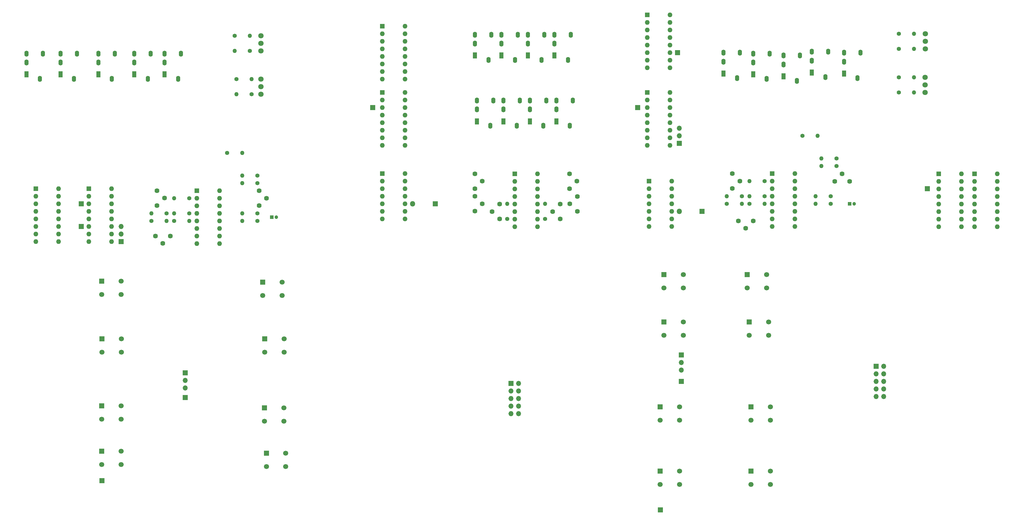
<source format=gbr>
%TF.GenerationSoftware,KiCad,Pcbnew,(6.0.5)*%
%TF.CreationDate,2023-04-26T04:57:18-04:00*%
%TF.ProjectId,as3340,61733333-3430-42e6-9b69-6361645f7063,rev?*%
%TF.SameCoordinates,Original*%
%TF.FileFunction,Copper,L2,Bot*%
%TF.FilePolarity,Positive*%
%FSLAX46Y46*%
G04 Gerber Fmt 4.6, Leading zero omitted, Abs format (unit mm)*
G04 Created by KiCad (PCBNEW (6.0.5)) date 2023-04-26 04:57:18*
%MOMM*%
%LPD*%
G01*
G04 APERTURE LIST*
%TA.AperFunction,ComponentPad*%
%ADD10C,1.400000*%
%TD*%
%TA.AperFunction,ComponentPad*%
%ADD11O,1.400000X1.400000*%
%TD*%
%TA.AperFunction,ComponentPad*%
%ADD12R,1.700000X1.700000*%
%TD*%
%TA.AperFunction,ComponentPad*%
%ADD13R,1.800000X1.800000*%
%TD*%
%TA.AperFunction,ComponentPad*%
%ADD14O,1.800000X1.800000*%
%TD*%
%TA.AperFunction,ComponentPad*%
%ADD15O,1.400000X2.000000*%
%TD*%
%TA.AperFunction,ComponentPad*%
%ADD16R,1.400000X2.000000*%
%TD*%
%TA.AperFunction,ComponentPad*%
%ADD17C,1.620000*%
%TD*%
%TA.AperFunction,ComponentPad*%
%ADD18C,1.700000*%
%TD*%
%TA.AperFunction,ComponentPad*%
%ADD19R,1.200000X1.200000*%
%TD*%
%TA.AperFunction,ComponentPad*%
%ADD20C,1.200000*%
%TD*%
%TA.AperFunction,ComponentPad*%
%ADD21C,1.800000*%
%TD*%
%TA.AperFunction,ComponentPad*%
%ADD22R,1.600000X1.600000*%
%TD*%
%TA.AperFunction,ComponentPad*%
%ADD23O,1.600000X1.600000*%
%TD*%
%TA.AperFunction,ComponentPad*%
%ADD24O,1.700000X1.700000*%
%TD*%
G04 APERTURE END LIST*
D10*
%TO.P,R106,1*%
%TO.N,Net-(R33-Pad1)*%
X91440000Y-93980000D03*
D11*
%TO.P,R106,2*%
%TO.N,Net-(RV7-Pad2)*%
X96520000Y-93980000D03*
%TD*%
D10*
%TO.P,R105,1*%
%TO.N,Net-(R10-Pad2)*%
X284480000Y-88265000D03*
D11*
%TO.P,R105,2*%
%TO.N,Net-(RV2-Pad2)*%
X289560000Y-88265000D03*
%TD*%
D12*
%TO.P,J30,1,Pin_1*%
%TO.N,Net-(J30-Pad1)*%
X77395000Y-176185000D03*
%TD*%
D13*
%TO.P,D1,1,K*%
%TO.N,GND*%
X250835000Y-113660000D03*
D14*
%TO.P,D1,2,A*%
%TO.N,Net-(D1-Pad2)*%
X243215000Y-113660000D03*
%TD*%
D15*
%TO.P,J3,*%
%TO.N,*%
X273477500Y-60615000D03*
%TO.P,J3,R1*%
%TO.N,N/C*%
X267977500Y-63615000D03*
%TO.P,J3,R2*%
X267977500Y-60615000D03*
%TO.P,J3,S*%
%TO.N,GND*%
X272477500Y-69115000D03*
D16*
%TO.P,J3,T*%
%TO.N,Net-(C3-Pad1)*%
X267977500Y-67615000D03*
%TD*%
D10*
%TO.P,R21,1*%
%TO.N,-15V*%
X94615000Y-69215000D03*
D11*
%TO.P,R21,2*%
%TO.N,Net-(R21-Pad2)*%
X99695000Y-69215000D03*
%TD*%
D17*
%TO.P,SineLevelTrim1,1,1*%
%TO.N,Net-(R40-Pad1)*%
X206320000Y-101005000D03*
%TO.P,SineLevelTrim1,2,2*%
X208820000Y-103505000D03*
%TO.P,SineLevelTrim1,3,3*%
%TO.N,+15V*%
X206320000Y-106005000D03*
%TD*%
D12*
%TO.P,J31,1,Pin_1*%
%TO.N,Net-(J31-Pad1)*%
X242570000Y-60325000D03*
%TD*%
%TO.P,SW3,1*%
%TO.N,Net-(D5-Pad1)*%
X49380000Y-179015000D03*
D18*
X55880000Y-179015000D03*
%TO.P,SW3,2*%
%TO.N,Net-(J25-Pad1)*%
X55880000Y-183515000D03*
X49380000Y-183515000D03*
%TD*%
D19*
%TO.P,C7,1*%
%TO.N,Net-(C7-Pad1)*%
X106450000Y-115570000D03*
D20*
%TO.P,C7,2*%
%TO.N,Net-(C7-Pad2)*%
X107950000Y-115570000D03*
%TD*%
D10*
%TO.P,R47,1*%
%TO.N,Net-(J12-PadT)*%
X73660000Y-116840000D03*
D11*
%TO.P,R47,2*%
%TO.N,Net-(R47-Pad2)*%
X78740000Y-116840000D03*
%TD*%
D12*
%TO.P,J24,1,Pin_1*%
%TO.N,Net-(J24-Pad1)*%
X140335000Y-78740000D03*
%TD*%
D15*
%TO.P,J12,*%
%TO.N,*%
X41067500Y-60615000D03*
%TO.P,J12,R1*%
%TO.N,N/C*%
X35567500Y-63615000D03*
%TO.P,J12,R2*%
X35567500Y-60615000D03*
%TO.P,J12,S*%
%TO.N,GND*%
X40067500Y-69115000D03*
D16*
%TO.P,J12,T*%
%TO.N,Net-(J12-PadT)*%
X35567500Y-67615000D03*
%TD*%
D17*
%TO.P,RV10,1,1*%
%TO.N,Net-(R45-Pad1)*%
X67945000Y-106680000D03*
%TO.P,RV10,2,2*%
%TO.N,Net-(R46-Pad1)*%
X70445000Y-109180000D03*
%TO.P,RV10,3,3*%
X67945000Y-111680000D03*
%TD*%
D18*
%TO.P,SW6,1*%
%TO.N,Net-(D8-Pad1)*%
X110565000Y-156500000D03*
D12*
X104065000Y-156500000D03*
D18*
%TO.P,SW6,2*%
%TO.N,Net-(J25-Pad1)*%
X110565000Y-161000000D03*
X104065000Y-161000000D03*
%TD*%
D17*
%TO.P,SineShapeTrim1,1,1*%
%TO.N,Net-(R63-Pad2)*%
X203200000Y-116205000D03*
%TO.P,SineShapeTrim1,2,2*%
%TO.N,Net-(R54-Pad2)*%
X200700000Y-113705000D03*
%TO.P,SineShapeTrim1,3,3*%
X203200000Y-111205000D03*
%TD*%
D21*
%TO.P,RV3,1,1*%
%TO.N,Net-(R16-Pad1)*%
X325755000Y-59055000D03*
%TO.P,RV3,2,2*%
%TO.N,Net-(R19-Pad1)*%
X325755000Y-56515000D03*
%TO.P,RV3,3,3*%
%TO.N,Net-(R14-Pad2)*%
X325755000Y-53975000D03*
%TD*%
%TO.P,RV5,1,1*%
%TO.N,Net-(R25-Pad1)*%
X102780000Y-74280000D03*
%TO.P,RV5,2,2*%
%TO.N,Net-(R31-Pad1)*%
X102780000Y-71740000D03*
%TO.P,RV5,3,3*%
%TO.N,Net-(R21-Pad2)*%
X102780000Y-69200000D03*
%TD*%
D22*
%TO.P,U12,1,A0*%
%TO.N,GND*%
X143510000Y-51435000D03*
D23*
%TO.P,U12,2,~{CS}*%
X143510000Y-53975000D03*
%TO.P,U12,3,~{WE}*%
%TO.N,Net-(J22-Pad1)*%
X143510000Y-56515000D03*
%TO.P,U12,4,D1*%
%TO.N,Net-(J22-Pad10)*%
X143510000Y-59055000D03*
%TO.P,U12,5,~{Y1}*%
%TO.N,Net-(U11-Pad11)*%
X143510000Y-61595000D03*
%TO.P,U12,6,D2*%
%TO.N,Net-(J22-Pad8)*%
X143510000Y-64135000D03*
%TO.P,U12,7,~{Y2}*%
%TO.N,Net-(U11-Pad10)*%
X143510000Y-66675000D03*
%TO.P,U12,8,GND*%
%TO.N,GND*%
X143510000Y-69215000D03*
%TO.P,U12,9,~{Y3}*%
%TO.N,Net-(U11-Pad9)*%
X151130000Y-69215000D03*
%TO.P,U12,10,D3*%
%TO.N,Net-(J22-Pad6)*%
X151130000Y-66675000D03*
%TO.P,U12,11,~{Y4}*%
%TO.N,Net-(U11-Pad6)*%
X151130000Y-64135000D03*
%TO.P,U12,12,D4*%
%TO.N,Net-(J22-Pad4)*%
X151130000Y-61595000D03*
%TO.P,U12,13,A3*%
%TO.N,GND*%
X151130000Y-59055000D03*
%TO.P,U12,14,A2*%
X151130000Y-56515000D03*
%TO.P,U12,15,A1*%
X151130000Y-53975000D03*
%TO.P,U12,16,VCC*%
%TO.N,+5V*%
X151130000Y-51435000D03*
%TD*%
D12*
%TO.P,J26,1,Pin_1*%
%TO.N,Net-(J26-Pad1)*%
X236855000Y-213995000D03*
%TD*%
D17*
%TO.P,SineBiasTrim1,1,1*%
%TO.N,-15V*%
X208970000Y-113625000D03*
%TO.P,SineBiasTrim1,2,2*%
%TO.N,Net-(R55-Pad2)*%
X206470000Y-111125000D03*
%TO.P,SineBiasTrim1,3,3*%
%TO.N,+15V*%
X208970000Y-108625000D03*
%TD*%
D10*
%TO.P,R14,1*%
%TO.N,-15V*%
X316865000Y-53975000D03*
D11*
%TO.P,R14,2*%
%TO.N,Net-(R14-Pad2)*%
X321945000Y-53975000D03*
%TD*%
D10*
%TO.P,R19,1*%
%TO.N,Net-(R19-Pad1)*%
X295910000Y-98425000D03*
D11*
%TO.P,R19,2*%
%TO.N,Net-(R19-Pad2)*%
X290830000Y-98425000D03*
%TD*%
D22*
%TO.P,U3,1*%
%TO.N,Net-(R68-Pad1)*%
X233055000Y-103500000D03*
D23*
%TO.P,U3,2,-*%
X233055000Y-106040000D03*
%TO.P,U3,3,+*%
%TO.N,Net-(U3-Pad3)*%
X233055000Y-108580000D03*
%TO.P,U3,4,V+*%
%TO.N,+15V*%
X233055000Y-111120000D03*
%TO.P,U3,5,+*%
%TO.N,Net-(U1-Pad10)*%
X233055000Y-113660000D03*
%TO.P,U3,6,-*%
%TO.N,Net-(R61-Pad2)*%
X233055000Y-116200000D03*
%TO.P,U3,7*%
%TO.N,Net-(R63-Pad2)*%
X233055000Y-118740000D03*
%TO.P,U3,8*%
%TO.N,Net-(R65-Pad1)*%
X240675000Y-118740000D03*
%TO.P,U3,9,-*%
X240675000Y-116200000D03*
%TO.P,U3,10,+*%
%TO.N,Net-(D1-Pad2)*%
X240675000Y-113660000D03*
%TO.P,U3,11,V-*%
%TO.N,-15V*%
X240675000Y-111120000D03*
%TO.P,U3,12,+*%
%TO.N,Net-(U1-Pad8)*%
X240675000Y-108580000D03*
%TO.P,U3,13,-*%
%TO.N,Net-(R66-Pad1)*%
X240675000Y-106040000D03*
%TO.P,U3,14*%
X240675000Y-103500000D03*
%TD*%
D12*
%TO.P,J23,1,Pin_1*%
%TO.N,Net-(J23-Pad1)*%
X229235000Y-78740000D03*
%TD*%
D10*
%TO.P,R42,1*%
%TO.N,Net-(J7-PadT)*%
X266710000Y-111125000D03*
D11*
%TO.P,R42,2*%
%TO.N,Net-(R42-Pad2)*%
X271790000Y-111125000D03*
%TD*%
D10*
%TO.P,R16,1*%
%TO.N,Net-(R16-Pad1)*%
X316865000Y-59055000D03*
D11*
%TO.P,R16,2*%
%TO.N,+15V*%
X321945000Y-59055000D03*
%TD*%
D18*
%TO.P,SW10,1*%
%TO.N,Net-(D12-Pad1)*%
X244550000Y-150785000D03*
D12*
X238050000Y-150785000D03*
D18*
%TO.P,SW10,2*%
%TO.N,Net-(J26-Pad1)*%
X244550000Y-155285000D03*
X238050000Y-155285000D03*
%TD*%
D10*
%TO.P,R13,1*%
%TO.N,Net-(R13-Pad1)*%
X271780000Y-108585000D03*
D11*
%TO.P,R13,2*%
%TO.N,Net-(D1-Pad2)*%
X266700000Y-108585000D03*
%TD*%
D10*
%TO.P,R29,1*%
%TO.N,Net-(R29-Pad1)*%
X99060000Y-59690000D03*
D11*
%TO.P,R29,2*%
%TO.N,+15V*%
X93980000Y-59690000D03*
%TD*%
D12*
%TO.P,J6,1,Pin_1*%
%TO.N,Net-(J6-Pad1)*%
X42545000Y-111125000D03*
%TD*%
D15*
%TO.P,J13,*%
%TO.N,*%
X29637500Y-60615000D03*
%TO.P,J13,R1*%
%TO.N,N/C*%
X24137500Y-63615000D03*
%TO.P,J13,R2*%
X24137500Y-60615000D03*
%TO.P,J13,S*%
%TO.N,GND*%
X28637500Y-69115000D03*
D16*
%TO.P,J13,T*%
%TO.N,Net-(C10-Pad1)*%
X24137500Y-67615000D03*
%TD*%
D18*
%TO.P,SW13,1*%
%TO.N,Net-(D15-Pad1)*%
X272490000Y-134910000D03*
D12*
X265990000Y-134910000D03*
D18*
%TO.P,SW13,2*%
%TO.N,Net-(J26-Pad1)*%
X272490000Y-139410000D03*
X265990000Y-139410000D03*
%TD*%
%TO.P,SW14,1*%
%TO.N,Net-(D16-Pad1)*%
X273125000Y-150785000D03*
D12*
X266625000Y-150785000D03*
D18*
%TO.P,SW14,2*%
%TO.N,Net-(J26-Pad1)*%
X273125000Y-155285000D03*
X266625000Y-155285000D03*
%TD*%
D17*
%TO.P,RV7,1,1*%
%TO.N,Net-(RV7-Pad1)*%
X72390000Y-121920000D03*
%TO.P,RV7,2,2*%
%TO.N,Net-(RV7-Pad2)*%
X69890000Y-124420000D03*
%TO.P,RV7,3,3*%
%TO.N,GND*%
X67390000Y-121920000D03*
%TD*%
D21*
%TO.P,RV4,1,1*%
%TO.N,Net-(R17-Pad1)*%
X325665000Y-73645000D03*
%TO.P,RV4,2,2*%
%TO.N,Net-(R18-Pad1)*%
X325665000Y-71105000D03*
%TO.P,RV4,3,3*%
%TO.N,Net-(R15-Pad2)*%
X325665000Y-68565000D03*
%TD*%
D22*
%TO.P,U8,1,A4*%
%TO.N,Net-(J12-PadT)*%
X45085000Y-106045000D03*
D23*
%TO.P,U8,2,A6*%
%TO.N,Net-(C7-Pad2)*%
X45085000Y-108585000D03*
%TO.P,U8,3,A*%
%TO.N,Net-(J6-Pad1)*%
X45085000Y-111125000D03*
%TO.P,U8,4,A7*%
%TO.N,Net-(R7-Pad1)*%
X45085000Y-113665000D03*
%TO.P,U8,5,A5*%
%TO.N,Net-(C10-Pad1)*%
X45085000Y-116205000D03*
%TO.P,U8,6,~{E}*%
%TO.N,Net-(J28-Pad1)*%
X45085000Y-118745000D03*
%TO.P,U8,7,VEE*%
%TO.N,GND*%
X45085000Y-121285000D03*
%TO.P,U8,8,GND*%
X45085000Y-123825000D03*
%TO.P,U8,9,S2*%
%TO.N,Net-(J27-Pad1)*%
X52705000Y-123825000D03*
%TO.P,U8,10,S1*%
%TO.N,Net-(J27-Pad2)*%
X52705000Y-121285000D03*
%TO.P,U8,11,S0*%
%TO.N,Net-(J27-Pad3)*%
X52705000Y-118745000D03*
%TO.P,U8,12,A3*%
%TO.N,Net-(R20-Pad1)*%
X52705000Y-116205000D03*
%TO.P,U8,13,A0*%
%TO.N,Net-(J7-PadT)*%
X52705000Y-113665000D03*
%TO.P,U8,14,A1*%
%TO.N,Net-(C3-Pad1)*%
X52705000Y-111125000D03*
%TO.P,U8,15,A2*%
%TO.N,Net-(C1-Pad2)*%
X52705000Y-108585000D03*
%TO.P,U8,16,VCC*%
%TO.N,+5V*%
X52705000Y-106045000D03*
%TD*%
D15*
%TO.P,J4,*%
%TO.N,*%
X293162500Y-59980000D03*
%TO.P,J4,R1*%
%TO.N,N/C*%
X287662500Y-62980000D03*
%TO.P,J4,R2*%
X287662500Y-59980000D03*
%TO.P,J4,S*%
%TO.N,GND*%
X292162500Y-68480000D03*
D16*
%TO.P,J4,T*%
%TO.N,Net-(C4-Pad1)*%
X287662500Y-66980000D03*
%TD*%
D22*
%TO.P,U13,1,A0*%
%TO.N,GND*%
X232410000Y-47625000D03*
D23*
%TO.P,U13,2,~{CS}*%
X232410000Y-50165000D03*
%TO.P,U13,3,~{WE}*%
%TO.N,Net-(J22-Pad5)*%
X232410000Y-52705000D03*
%TO.P,U13,4,D1*%
%TO.N,Net-(J22-Pad10)*%
X232410000Y-55245000D03*
%TO.P,U13,5,~{Y1}*%
%TO.N,Net-(J32-Pad3)*%
X232410000Y-57785000D03*
%TO.P,U13,6,D2*%
%TO.N,Net-(J22-Pad8)*%
X232410000Y-60325000D03*
%TO.P,U13,7,~{Y2}*%
%TO.N,Net-(J32-Pad2)*%
X232410000Y-62865000D03*
%TO.P,U13,8,GND*%
%TO.N,GND*%
X232410000Y-65405000D03*
%TO.P,U13,9,~{Y3}*%
%TO.N,Net-(J32-Pad1)*%
X240030000Y-65405000D03*
%TO.P,U13,10,D3*%
%TO.N,Net-(J22-Pad6)*%
X240030000Y-62865000D03*
%TO.P,U13,11,~{Y4}*%
%TO.N,Net-(J31-Pad1)*%
X240030000Y-60325000D03*
%TO.P,U13,12,D4*%
%TO.N,Net-(J22-Pad4)*%
X240030000Y-57785000D03*
%TO.P,U13,13,A3*%
%TO.N,GND*%
X240030000Y-55245000D03*
%TO.P,U13,14,A2*%
X240030000Y-52705000D03*
%TO.P,U13,15,A1*%
X240030000Y-50165000D03*
%TO.P,U13,16,VCC*%
%TO.N,+5V*%
X240030000Y-47625000D03*
%TD*%
D10*
%TO.P,R2,1*%
%TO.N,+15V*%
X294005000Y-108585000D03*
D11*
%TO.P,R2,2*%
%TO.N,Net-(R1-Pad2)*%
X288925000Y-108585000D03*
%TD*%
D17*
%TO.P,RV2,1,1*%
%TO.N,Net-(RV2-Pad1)*%
X267970000Y-116840000D03*
%TO.P,RV2,2,2*%
%TO.N,Net-(RV2-Pad2)*%
X265470000Y-119340000D03*
%TO.P,RV2,3,3*%
%TO.N,GND*%
X262970000Y-116840000D03*
%TD*%
D12*
%TO.P,J2,1,Pin_1*%
%TO.N,Net-(J2-Pad1)*%
X326390000Y-106045000D03*
%TD*%
D21*
%TO.P,RV6,1,1*%
%TO.N,Net-(R29-Pad1)*%
X102780000Y-59675000D03*
%TO.P,RV6,2,2*%
%TO.N,Net-(R30-Pad1)*%
X102780000Y-57135000D03*
%TO.P,RV6,3,3*%
%TO.N,Net-(R24-Pad2)*%
X102780000Y-54595000D03*
%TD*%
D15*
%TO.P,J14,*%
%TO.N,*%
X53767500Y-60615000D03*
%TO.P,J14,R1*%
%TO.N,N/C*%
X48267500Y-63615000D03*
%TO.P,J14,R2*%
X48267500Y-60615000D03*
%TO.P,J14,S*%
%TO.N,GND*%
X52767500Y-69115000D03*
D16*
%TO.P,J14,T*%
%TO.N,Net-(C9-Pad1)*%
X48267500Y-67615000D03*
%TD*%
D10*
%TO.P,R1,1*%
%TO.N,Net-(C1-Pad1)*%
X294005000Y-111125000D03*
D11*
%TO.P,R1,2*%
%TO.N,Net-(R1-Pad2)*%
X288925000Y-111125000D03*
%TD*%
D10*
%TO.P,R4,1*%
%TO.N,Net-(R12-Pad1)*%
X271790000Y-103505000D03*
D11*
%TO.P,R4,2*%
%TO.N,Net-(R4-Pad2)*%
X266710000Y-103505000D03*
%TD*%
D12*
%TO.P,SW11,1*%
%TO.N,Net-(D13-Pad1)*%
X236780000Y-179360000D03*
D18*
X243280000Y-179360000D03*
%TO.P,SW11,2*%
%TO.N,Net-(J26-Pad1)*%
X243280000Y-183860000D03*
X236780000Y-183860000D03*
%TD*%
D10*
%TO.P,R31,1*%
%TO.N,Net-(R31-Pad1)*%
X101600000Y-104140000D03*
D11*
%TO.P,R31,2*%
%TO.N,Net-(R31-Pad2)*%
X96520000Y-104140000D03*
%TD*%
D22*
%TO.P,U6,1,A0*%
%TO.N,GND*%
X27305000Y-106045000D03*
D23*
%TO.P,U6,2,~{CS}*%
X27305000Y-108585000D03*
%TO.P,U6,3,~{WE}*%
%TO.N,Net-(J22-Pad3)*%
X27305000Y-111125000D03*
%TO.P,U6,4,D1*%
%TO.N,Net-(J22-Pad10)*%
X27305000Y-113665000D03*
%TO.P,U6,5,~{Y1}*%
%TO.N,Net-(J27-Pad3)*%
X27305000Y-116205000D03*
%TO.P,U6,6,D2*%
%TO.N,Net-(J22-Pad8)*%
X27305000Y-118745000D03*
%TO.P,U6,7,~{Y2}*%
%TO.N,Net-(J27-Pad2)*%
X27305000Y-121285000D03*
%TO.P,U6,8,GND*%
%TO.N,GND*%
X27305000Y-123825000D03*
%TO.P,U6,9,~{Y3}*%
%TO.N,Net-(J27-Pad1)*%
X34925000Y-123825000D03*
%TO.P,U6,10,D3*%
%TO.N,Net-(J22-Pad6)*%
X34925000Y-121285000D03*
%TO.P,U6,11,~{Y4}*%
%TO.N,Net-(J28-Pad1)*%
X34925000Y-118745000D03*
%TO.P,U6,12,D4*%
%TO.N,Net-(J22-Pad4)*%
X34925000Y-116205000D03*
%TO.P,U6,13,A3*%
%TO.N,GND*%
X34925000Y-113665000D03*
%TO.P,U6,14,A2*%
X34925000Y-111125000D03*
%TO.P,U6,15,A1*%
X34925000Y-108585000D03*
%TO.P,U6,16,VCC*%
%TO.N,+5V*%
X34925000Y-106045000D03*
%TD*%
D12*
%TO.P,J29,1,Pin_1*%
%TO.N,Net-(J29-Pad1)*%
X77395000Y-167945000D03*
D24*
%TO.P,J29,2,Pin_2*%
%TO.N,Net-(J29-Pad2)*%
X77395000Y-170485000D03*
%TO.P,J29,3,Pin_3*%
%TO.N,Net-(J29-Pad3)*%
X77395000Y-173025000D03*
%TD*%
D10*
%TO.P,R49,1*%
%TO.N,Net-(R42-Pad2)*%
X259080000Y-111125000D03*
D11*
%TO.P,R49,2*%
%TO.N,GND*%
X264160000Y-111125000D03*
%TD*%
D15*
%TO.P,J10,*%
%TO.N,*%
X198540000Y-76375000D03*
%TO.P,J10,R1*%
%TO.N,N/C*%
X193040000Y-79375000D03*
%TO.P,J10,R2*%
X193040000Y-76375000D03*
%TO.P,J10,S*%
%TO.N,GND*%
X197540000Y-84875000D03*
D16*
%TO.P,J10,T*%
%TO.N,Net-(J10-PadT)*%
X193040000Y-83375000D03*
%TD*%
D15*
%TO.P,J20,*%
%TO.N,*%
X197912500Y-54265000D03*
%TO.P,J20,R1*%
%TO.N,N/C*%
X192412500Y-57265000D03*
%TO.P,J20,R2*%
X192412500Y-54265000D03*
%TO.P,J20,S*%
%TO.N,GND*%
X196912500Y-62765000D03*
D16*
%TO.P,J20,T*%
%TO.N,Net-(J20-PadT)*%
X192412500Y-61265000D03*
%TD*%
D22*
%TO.P,U7,1,A4*%
%TO.N,Net-(J12-PadT)*%
X330210000Y-100980000D03*
D23*
%TO.P,U7,2,A6*%
%TO.N,Net-(C7-Pad2)*%
X330210000Y-103520000D03*
%TO.P,U7,3,A*%
%TO.N,Net-(J2-Pad1)*%
X330210000Y-106060000D03*
%TO.P,U7,4,A7*%
%TO.N,Net-(R7-Pad1)*%
X330210000Y-108600000D03*
%TO.P,U7,5,A5*%
%TO.N,Net-(C10-Pad1)*%
X330210000Y-111140000D03*
%TO.P,U7,6,~{E}*%
%TO.N,Net-(U5-Pad11)*%
X330210000Y-113680000D03*
%TO.P,U7,7,VEE*%
%TO.N,GND*%
X330210000Y-116220000D03*
%TO.P,U7,8,GND*%
X330210000Y-118760000D03*
%TO.P,U7,9,S2*%
%TO.N,Net-(U5-Pad9)*%
X337830000Y-118760000D03*
%TO.P,U7,10,S1*%
%TO.N,Net-(U5-Pad7)*%
X337830000Y-116220000D03*
%TO.P,U7,11,S0*%
%TO.N,Net-(U5-Pad5)*%
X337830000Y-113680000D03*
%TO.P,U7,12,A3*%
%TO.N,Net-(R20-Pad1)*%
X337830000Y-111140000D03*
%TO.P,U7,13,A0*%
%TO.N,Net-(J7-PadT)*%
X337830000Y-108600000D03*
%TO.P,U7,14,A1*%
%TO.N,Net-(C3-Pad1)*%
X337830000Y-106060000D03*
%TO.P,U7,15,A2*%
%TO.N,Net-(C1-Pad2)*%
X337830000Y-103520000D03*
%TO.P,U7,16,VCC*%
%TO.N,+5V*%
X337830000Y-100980000D03*
%TD*%
D18*
%TO.P,SW1,1*%
%TO.N,Net-(D3-Pad1)*%
X55880000Y-137105000D03*
D12*
X49380000Y-137105000D03*
D18*
%TO.P,SW1,2*%
%TO.N,Net-(J25-Pad1)*%
X49380000Y-141605000D03*
X55880000Y-141605000D03*
%TD*%
D22*
%TO.P,U1,1,SCALE1*%
%TO.N,Net-(R8-Pad2)*%
X274330000Y-100965000D03*
D23*
%TO.P,U1,2,SCALE2*%
%TO.N,Net-(R4-Pad2)*%
X274330000Y-103505000D03*
%TO.P,U1,3,VEE*%
%TO.N,Net-(R12-Pad1)*%
X274330000Y-106045000D03*
%TO.P,U1,4,VP*%
%TO.N,Net-(R13-Pad1)*%
X274330000Y-108585000D03*
%TO.P,U1,5,VPWM*%
%TO.N,Net-(R42-Pad2)*%
X274330000Y-111125000D03*
%TO.P,U1,6,VHSI*%
%TO.N,Net-(C3-Pad2)*%
X274330000Y-113665000D03*
%TO.P,U1,7,VHFT*%
%TO.N,Net-(RV2-Pad1)*%
X274330000Y-116205000D03*
%TO.P,U1,8,VSO*%
%TO.N,Net-(U1-Pad8)*%
X274330000Y-118745000D03*
%TO.P,U1,9,VSSI*%
%TO.N,Net-(C4-Pad2)*%
X281950000Y-118745000D03*
%TO.P,U1,10,VTO*%
%TO.N,Net-(U1-Pad10)*%
X281950000Y-116205000D03*
%TO.P,U1,11,CAP*%
%TO.N,Net-(C5-Pad2)*%
X281950000Y-113665000D03*
%TO.P,U1,12,GND*%
%TO.N,GND*%
X281950000Y-111125000D03*
%TO.P,U1,13,VLFI*%
%TO.N,Net-(R1-Pad2)*%
X281950000Y-108585000D03*
%TO.P,U1,14,VS*%
%TO.N,Net-(R11-Pad1)*%
X281950000Y-106045000D03*
%TO.P,U1,15,VFCI*%
%TO.N,Net-(R10-Pad2)*%
X281950000Y-103505000D03*
%TO.P,U1,16,VCC*%
%TO.N,+15V*%
X281950000Y-100965000D03*
%TD*%
D22*
%TO.P,U10,1,A4*%
%TO.N,Net-(J17-PadT)*%
X232420000Y-73675000D03*
D23*
%TO.P,U10,2,A6*%
%TO.N,Net-(J9-PadT)*%
X232420000Y-76215000D03*
%TO.P,U10,3,A*%
%TO.N,Net-(J23-Pad1)*%
X232420000Y-78755000D03*
%TO.P,U10,4,A7*%
%TO.N,Net-(J8-PadT)*%
X232420000Y-81295000D03*
%TO.P,U10,5,A5*%
%TO.N,Net-(J10-PadT)*%
X232420000Y-83835000D03*
%TO.P,U10,6,~{E}*%
%TO.N,Net-(J31-Pad1)*%
X232420000Y-86375000D03*
%TO.P,U10,7,VEE*%
%TO.N,GND*%
X232420000Y-88915000D03*
%TO.P,U10,8,GND*%
X232420000Y-91455000D03*
%TO.P,U10,9,S2*%
%TO.N,Net-(J32-Pad1)*%
X240040000Y-91455000D03*
%TO.P,U10,10,S1*%
%TO.N,Net-(J32-Pad2)*%
X240040000Y-88915000D03*
%TO.P,U10,11,S0*%
%TO.N,Net-(J32-Pad3)*%
X240040000Y-86375000D03*
%TO.P,U10,12,A3*%
%TO.N,Net-(J18-PadT)*%
X240040000Y-83835000D03*
%TO.P,U10,13,A0*%
%TO.N,Net-(J21-PadT)*%
X240040000Y-81295000D03*
%TO.P,U10,14,A1*%
%TO.N,Net-(J20-PadT)*%
X240040000Y-78755000D03*
%TO.P,U10,15,A2*%
%TO.N,Net-(J19-PadT)*%
X240040000Y-76215000D03*
%TO.P,U10,16,VCC*%
%TO.N,+5V*%
X240040000Y-73675000D03*
%TD*%
D19*
%TO.P,C1,1*%
%TO.N,Net-(C1-Pad1)*%
X300355000Y-111125000D03*
D20*
%TO.P,C1,2*%
%TO.N,Net-(C1-Pad2)*%
X301855000Y-111125000D03*
%TD*%
D15*
%TO.P,J15,*%
%TO.N,*%
X75992500Y-60615000D03*
%TO.P,J15,R1*%
%TO.N,N/C*%
X70492500Y-63615000D03*
%TO.P,J15,R2*%
X70492500Y-60615000D03*
%TO.P,J15,S*%
%TO.N,GND*%
X74992500Y-69115000D03*
D16*
%TO.P,J15,T*%
%TO.N,Net-(C7-Pad2)*%
X70492500Y-67615000D03*
%TD*%
D12*
%TO.P,J27,1,Pin_1*%
%TO.N,Net-(J27-Pad1)*%
X55880000Y-123810000D03*
D24*
%TO.P,J27,2,Pin_2*%
%TO.N,Net-(J27-Pad2)*%
X55880000Y-121270000D03*
%TO.P,J27,3,Pin_3*%
%TO.N,Net-(J27-Pad3)*%
X55880000Y-118730000D03*
%TD*%
D17*
%TO.P,RV1,1,1*%
%TO.N,Net-(R8-Pad1)*%
X260985000Y-100965000D03*
%TO.P,RV1,2,2*%
%TO.N,Net-(R12-Pad1)*%
X263485000Y-103465000D03*
%TO.P,RV1,3,3*%
X260985000Y-105965000D03*
%TD*%
D15*
%TO.P,J7,*%
%TO.N,*%
X263525000Y-60325000D03*
%TO.P,J7,R1*%
%TO.N,N/C*%
X258025000Y-63325000D03*
%TO.P,J7,R2*%
X258025000Y-60325000D03*
%TO.P,J7,S*%
%TO.N,GND*%
X262525000Y-68825000D03*
D16*
%TO.P,J7,T*%
%TO.N,Net-(J7-PadT)*%
X258025000Y-67325000D03*
%TD*%
D17*
%TO.P,SineLevelTrim2,1,1*%
%TO.N,Net-(R43-Pad1)*%
X174570000Y-101005000D03*
%TO.P,SineLevelTrim2,2,2*%
X177070000Y-103505000D03*
%TO.P,SineLevelTrim2,3,3*%
%TO.N,+15V*%
X174570000Y-106005000D03*
%TD*%
D15*
%TO.P,J1,*%
%TO.N,*%
X303950000Y-60310000D03*
%TO.P,J1,R1*%
%TO.N,N/C*%
X298450000Y-63310000D03*
%TO.P,J1,R2*%
X298450000Y-60310000D03*
%TO.P,J1,S*%
%TO.N,GND*%
X302950000Y-68810000D03*
D16*
%TO.P,J1,T*%
%TO.N,Net-(C1-Pad2)*%
X298450000Y-67310000D03*
%TD*%
D12*
%TO.P,J32,1,Pin_1*%
%TO.N,Net-(J32-Pad1)*%
X243205000Y-90790000D03*
D24*
%TO.P,J32,2,Pin_2*%
%TO.N,Net-(J32-Pad2)*%
X243205000Y-88250000D03*
%TO.P,J32,3,Pin_3*%
%TO.N,Net-(J32-Pad3)*%
X243205000Y-85710000D03*
%TD*%
D12*
%TO.P,SW8,1*%
%TO.N,Net-(D10-Pad1)*%
X104625000Y-194890000D03*
D18*
X111125000Y-194890000D03*
%TO.P,SW8,2*%
%TO.N,Net-(J25-Pad1)*%
X111125000Y-199390000D03*
X104625000Y-199390000D03*
%TD*%
D12*
%TO.P,J22,1,Pin_1*%
%TO.N,Net-(J22-Pad1)*%
X186690000Y-171450000D03*
D24*
%TO.P,J22,2,Pin_2*%
%TO.N,GND*%
X189230000Y-171450000D03*
%TO.P,J22,3,Pin_3*%
%TO.N,Net-(J22-Pad3)*%
X186690000Y-173990000D03*
%TO.P,J22,4,Pin_4*%
%TO.N,Net-(J22-Pad4)*%
X189230000Y-173990000D03*
%TO.P,J22,5,Pin_5*%
%TO.N,Net-(J22-Pad5)*%
X186690000Y-176530000D03*
%TO.P,J22,6,Pin_6*%
%TO.N,Net-(J22-Pad6)*%
X189230000Y-176530000D03*
%TO.P,J22,7,Pin_7*%
%TO.N,Net-(J22-Pad7)*%
X186690000Y-179070000D03*
%TO.P,J22,8,Pin_8*%
%TO.N,Net-(J22-Pad8)*%
X189230000Y-179070000D03*
%TO.P,J22,9,Pin_9*%
%TO.N,+5V*%
X186690000Y-181610000D03*
%TO.P,J22,10,Pin_10*%
%TO.N,Net-(J22-Pad10)*%
X189230000Y-181610000D03*
%TD*%
D18*
%TO.P,SW12,1*%
%TO.N,Net-(D14-Pad1)*%
X243280000Y-200950000D03*
D12*
X236780000Y-200950000D03*
D18*
%TO.P,SW12,2*%
%TO.N,Net-(J26-Pad1)*%
X236780000Y-205450000D03*
X243280000Y-205450000D03*
%TD*%
D10*
%TO.P,R60,1*%
%TO.N,Net-(D2-Pad2)*%
X71120000Y-114300000D03*
D11*
%TO.P,R60,2*%
%TO.N,GND*%
X66040000Y-114300000D03*
%TD*%
D12*
%TO.P,SW7,1*%
%TO.N,Net-(D9-Pad1)*%
X103990000Y-179650000D03*
D18*
X110490000Y-179650000D03*
%TO.P,SW7,2*%
%TO.N,Net-(J25-Pad1)*%
X103990000Y-184150000D03*
X110490000Y-184150000D03*
%TD*%
D10*
%TO.P,R25,1*%
%TO.N,Net-(R25-Pad1)*%
X99695000Y-74295000D03*
D11*
%TO.P,R25,2*%
%TO.N,+15V*%
X94615000Y-74295000D03*
%TD*%
D10*
%TO.P,R46,1*%
%TO.N,Net-(R46-Pad1)*%
X78740000Y-109220000D03*
D11*
%TO.P,R46,2*%
%TO.N,Net-(R46-Pad2)*%
X73660000Y-109220000D03*
%TD*%
D22*
%TO.P,U2,1,SCALE1*%
%TO.N,Net-(R45-Pad2)*%
X81290000Y-106695000D03*
D23*
%TO.P,U2,2,SCALE2*%
%TO.N,Net-(R46-Pad2)*%
X81290000Y-109235000D03*
%TO.P,U2,3,VEE*%
%TO.N,Net-(R46-Pad1)*%
X81290000Y-111775000D03*
%TO.P,U2,4,VP*%
%TO.N,Net-(R58-Pad1)*%
X81290000Y-114315000D03*
%TO.P,U2,5,VPWM*%
%TO.N,Net-(R47-Pad2)*%
X81290000Y-116855000D03*
%TO.P,U2,6,VHSI*%
%TO.N,Net-(C10-Pad2)*%
X81290000Y-119395000D03*
%TO.P,U2,7,VHFT*%
%TO.N,Net-(RV7-Pad1)*%
X81290000Y-121935000D03*
%TO.P,U2,8,VSO*%
%TO.N,Net-(U2-Pad8)*%
X81290000Y-124475000D03*
%TO.P,U2,9,VSSI*%
%TO.N,Net-(C9-Pad2)*%
X88910000Y-124475000D03*
%TO.P,U2,10,VTO*%
%TO.N,Net-(U2-Pad10)*%
X88910000Y-121935000D03*
%TO.P,U2,11,CAP*%
%TO.N,Net-(C12-Pad2)*%
X88910000Y-119395000D03*
%TO.P,U2,12,GND*%
%TO.N,GND*%
X88910000Y-116855000D03*
%TO.P,U2,13,VLFI*%
%TO.N,Net-(R26-Pad2)*%
X88910000Y-114315000D03*
%TO.P,U2,14,VS*%
%TO.N,Net-(R48-Pad1)*%
X88910000Y-111775000D03*
%TO.P,U2,15,VFCI*%
%TO.N,Net-(R33-Pad1)*%
X88910000Y-109235000D03*
%TO.P,U2,16,VCC*%
%TO.N,+15V*%
X88910000Y-106695000D03*
%TD*%
D15*
%TO.P,J9,*%
%TO.N,*%
X189650000Y-76375000D03*
%TO.P,J9,R1*%
%TO.N,N/C*%
X184150000Y-79375000D03*
%TO.P,J9,R2*%
X184150000Y-76375000D03*
%TO.P,J9,S*%
%TO.N,GND*%
X188650000Y-84875000D03*
D16*
%TO.P,J9,T*%
%TO.N,Net-(J9-PadT)*%
X184150000Y-83375000D03*
%TD*%
D10*
%TO.P,R30,1*%
%TO.N,Net-(R30-Pad1)*%
X101600000Y-101600000D03*
D11*
%TO.P,R30,2*%
%TO.N,Net-(R30-Pad2)*%
X96520000Y-101600000D03*
%TD*%
D15*
%TO.P,J17,*%
%TO.N,*%
X207430000Y-76375000D03*
%TO.P,J17,R1*%
%TO.N,N/C*%
X201930000Y-79375000D03*
%TO.P,J17,R2*%
X201930000Y-76375000D03*
%TO.P,J17,S*%
%TO.N,GND*%
X206430000Y-84875000D03*
D16*
%TO.P,J17,T*%
%TO.N,Net-(J17-PadT)*%
X201930000Y-83375000D03*
%TD*%
D10*
%TO.P,R26,1*%
%TO.N,+15V*%
X101600000Y-114300000D03*
D11*
%TO.P,R26,2*%
%TO.N,Net-(R26-Pad2)*%
X96520000Y-114300000D03*
%TD*%
D17*
%TO.P,RV8,1,1*%
%TO.N,Net-(R32-Pad1)*%
X295315000Y-103560000D03*
%TO.P,RV8,2,2*%
X297815000Y-101060000D03*
%TO.P,RV8,3,3*%
%TO.N,+15V*%
X300315000Y-103560000D03*
%TD*%
D22*
%TO.P,U11,1,A4*%
%TO.N,Net-(J17-PadT)*%
X143510000Y-73660000D03*
D23*
%TO.P,U11,2,A6*%
%TO.N,Net-(J9-PadT)*%
X143510000Y-76200000D03*
%TO.P,U11,3,A*%
%TO.N,Net-(J24-Pad1)*%
X143510000Y-78740000D03*
%TO.P,U11,4,A7*%
%TO.N,Net-(J8-PadT)*%
X143510000Y-81280000D03*
%TO.P,U11,5,A5*%
%TO.N,Net-(J10-PadT)*%
X143510000Y-83820000D03*
%TO.P,U11,6,~{E}*%
%TO.N,Net-(U11-Pad6)*%
X143510000Y-86360000D03*
%TO.P,U11,7,VEE*%
%TO.N,GND*%
X143510000Y-88900000D03*
%TO.P,U11,8,GND*%
X143510000Y-91440000D03*
%TO.P,U11,9,S2*%
%TO.N,Net-(U11-Pad9)*%
X151130000Y-91440000D03*
%TO.P,U11,10,S1*%
%TO.N,Net-(U11-Pad10)*%
X151130000Y-88900000D03*
%TO.P,U11,11,S0*%
%TO.N,Net-(U11-Pad11)*%
X151130000Y-86360000D03*
%TO.P,U11,12,A3*%
%TO.N,Net-(J18-PadT)*%
X151130000Y-83820000D03*
%TO.P,U11,13,A0*%
%TO.N,Net-(J21-PadT)*%
X151130000Y-81280000D03*
%TO.P,U11,14,A1*%
%TO.N,Net-(J20-PadT)*%
X151130000Y-78740000D03*
%TO.P,U11,15,A2*%
%TO.N,Net-(J19-PadT)*%
X151130000Y-76200000D03*
%TO.P,U11,16,VCC*%
%TO.N,+5V*%
X151130000Y-73660000D03*
%TD*%
D15*
%TO.P,J16,*%
%TO.N,*%
X65832500Y-60615000D03*
%TO.P,J16,R1*%
%TO.N,N/C*%
X60332500Y-63615000D03*
%TO.P,J16,R2*%
X60332500Y-60615000D03*
%TO.P,J16,S*%
%TO.N,GND*%
X64832500Y-69115000D03*
D16*
%TO.P,J16,T*%
%TO.N,Net-(J16-PadT)*%
X60332500Y-67615000D03*
%TD*%
D15*
%TO.P,J19,*%
%TO.N,*%
X189022500Y-54265000D03*
%TO.P,J19,R1*%
%TO.N,N/C*%
X183522500Y-57265000D03*
%TO.P,J19,R2*%
X183522500Y-54265000D03*
%TO.P,J19,S*%
%TO.N,GND*%
X188022500Y-62765000D03*
D16*
%TO.P,J19,T*%
%TO.N,Net-(J19-PadT)*%
X183522500Y-61265000D03*
%TD*%
D12*
%TO.P,J33,1,Pin_1*%
%TO.N,Net-(J33-Pad1)*%
X243840000Y-161925000D03*
D24*
%TO.P,J33,2,Pin_2*%
%TO.N,Net-(J33-Pad2)*%
X243840000Y-164465000D03*
%TO.P,J33,3,Pin_3*%
%TO.N,Net-(J33-Pad3)*%
X243840000Y-167005000D03*
%TD*%
D12*
%TO.P,SW9,1*%
%TO.N,Net-(D11-Pad1)*%
X238050000Y-134910000D03*
D18*
X244550000Y-134910000D03*
%TO.P,SW9,2*%
%TO.N,Net-(J26-Pad1)*%
X238050000Y-139410000D03*
X244550000Y-139410000D03*
%TD*%
%TO.P,SW15,1*%
%TO.N,Net-(D17-Pad1)*%
X273760000Y-179360000D03*
D12*
X267260000Y-179360000D03*
D18*
%TO.P,SW15,2*%
%TO.N,Net-(J26-Pad1)*%
X267260000Y-183860000D03*
X273760000Y-183860000D03*
%TD*%
D10*
%TO.P,R44,1*%
%TO.N,+15V*%
X185420000Y-116205000D03*
D11*
%TO.P,R44,2*%
%TO.N,Net-(R44-Pad2)*%
X185420000Y-111125000D03*
%TD*%
D12*
%TO.P,J25,1,Pin_1*%
%TO.N,Net-(J25-Pad1)*%
X49455000Y-204125000D03*
%TD*%
D18*
%TO.P,SW5,1*%
%TO.N,Net-(D7-Pad1)*%
X109930000Y-137450000D03*
D12*
X103430000Y-137450000D03*
D18*
%TO.P,SW5,2*%
%TO.N,Net-(J25-Pad1)*%
X103430000Y-141950000D03*
X109930000Y-141950000D03*
%TD*%
D10*
%TO.P,R18,1*%
%TO.N,Net-(R18-Pad1)*%
X295910000Y-95885000D03*
D11*
%TO.P,R18,2*%
%TO.N,Net-(R18-Pad2)*%
X290830000Y-95885000D03*
%TD*%
D22*
%TO.P,U5,1,A0*%
%TO.N,GND*%
X342275000Y-100980000D03*
D23*
%TO.P,U5,2,~{CS}*%
X342275000Y-103520000D03*
%TO.P,U5,3,~{WE}*%
%TO.N,Net-(J22-Pad7)*%
X342275000Y-106060000D03*
%TO.P,U5,4,D1*%
%TO.N,Net-(J22-Pad10)*%
X342275000Y-108600000D03*
%TO.P,U5,5,~{Y1}*%
%TO.N,Net-(U5-Pad5)*%
X342275000Y-111140000D03*
%TO.P,U5,6,D2*%
%TO.N,Net-(J22-Pad8)*%
X342275000Y-113680000D03*
%TO.P,U5,7,~{Y2}*%
%TO.N,Net-(U5-Pad7)*%
X342275000Y-116220000D03*
%TO.P,U5,8,GND*%
%TO.N,GND*%
X342275000Y-118760000D03*
%TO.P,U5,9,~{Y3}*%
%TO.N,Net-(U5-Pad9)*%
X349895000Y-118760000D03*
%TO.P,U5,10,D3*%
%TO.N,Net-(J22-Pad6)*%
X349895000Y-116220000D03*
%TO.P,U5,11,~{Y4}*%
%TO.N,Net-(U5-Pad11)*%
X349895000Y-113680000D03*
%TO.P,U5,12,D4*%
%TO.N,Net-(J22-Pad4)*%
X349895000Y-111140000D03*
%TO.P,U5,13,A3*%
%TO.N,GND*%
X349895000Y-108600000D03*
%TO.P,U5,14,A2*%
X349895000Y-106060000D03*
%TO.P,U5,15,A1*%
X349895000Y-103520000D03*
%TO.P,U5,16,VCC*%
%TO.N,+5V*%
X349895000Y-100980000D03*
%TD*%
D12*
%TO.P,SW4,1*%
%TO.N,Net-(D6-Pad1)*%
X49380000Y-194255000D03*
D18*
X55880000Y-194255000D03*
%TO.P,SW4,2*%
%TO.N,Net-(J25-Pad1)*%
X49380000Y-198755000D03*
X55880000Y-198755000D03*
%TD*%
%TO.P,SW16,1*%
%TO.N,Net-(D18-Pad1)*%
X273760000Y-200950000D03*
D12*
X267260000Y-200950000D03*
D18*
%TO.P,SW16,2*%
%TO.N,Net-(J26-Pad1)*%
X267260000Y-205450000D03*
X273760000Y-205450000D03*
%TD*%
%TO.P,SW2,1*%
%TO.N,Net-(D4-Pad1)*%
X55955000Y-156500000D03*
D12*
X49455000Y-156500000D03*
D18*
%TO.P,SW2,2*%
%TO.N,Net-(J25-Pad1)*%
X49455000Y-161000000D03*
X55955000Y-161000000D03*
%TD*%
D10*
%TO.P,R58,1*%
%TO.N,Net-(R58-Pad1)*%
X78740000Y-114300000D03*
D11*
%TO.P,R58,2*%
%TO.N,Net-(D2-Pad2)*%
X73660000Y-114300000D03*
%TD*%
D15*
%TO.P,J8,*%
%TO.N,*%
X180760000Y-76375000D03*
%TO.P,J8,R1*%
%TO.N,N/C*%
X175260000Y-79375000D03*
%TO.P,J8,R2*%
X175260000Y-76375000D03*
%TO.P,J8,S*%
%TO.N,GND*%
X179760000Y-84875000D03*
D16*
%TO.P,J8,T*%
%TO.N,Net-(J8-PadT)*%
X175260000Y-83375000D03*
%TD*%
D13*
%TO.P,D2,1,K*%
%TO.N,GND*%
X161290000Y-111125000D03*
D14*
%TO.P,D2,2,A*%
%TO.N,Net-(D2-Pad2)*%
X153670000Y-111125000D03*
%TD*%
D10*
%TO.P,R41,1*%
%TO.N,+15V*%
X198120000Y-116205000D03*
D11*
%TO.P,R41,2*%
%TO.N,Net-(R41-Pad2)*%
X198120000Y-111125000D03*
%TD*%
D12*
%TO.P,J28,1,Pin_1*%
%TO.N,Net-(J28-Pad1)*%
X42545000Y-118745000D03*
%TD*%
D10*
%TO.P,R27,1*%
%TO.N,Net-(C7-Pad1)*%
X101600000Y-116840000D03*
D11*
%TO.P,R27,2*%
%TO.N,Net-(R26-Pad2)*%
X96520000Y-116840000D03*
%TD*%
D10*
%TO.P,R59,1*%
%TO.N,Net-(D1-Pad2)*%
X264160000Y-108585000D03*
D11*
%TO.P,R59,2*%
%TO.N,GND*%
X259080000Y-108585000D03*
%TD*%
D17*
%TO.P,SineShapeTrim2,1,1*%
%TO.N,Net-(R64-Pad2)*%
X182880000Y-116205000D03*
%TO.P,SineShapeTrim2,2,2*%
%TO.N,Net-(R56-Pad2)*%
X180380000Y-113705000D03*
%TO.P,SineShapeTrim2,3,3*%
X182880000Y-111205000D03*
%TD*%
%TO.P,SineBiasTrim2,1,1*%
%TO.N,-15V*%
X174570000Y-108585000D03*
%TO.P,SineBiasTrim2,2,2*%
%TO.N,Net-(R57-Pad2)*%
X177070000Y-111085000D03*
%TO.P,SineBiasTrim2,3,3*%
%TO.N,+15V*%
X174570000Y-113585000D03*
%TD*%
D10*
%TO.P,R17,1*%
%TO.N,Net-(R17-Pad1)*%
X316865000Y-73660000D03*
D11*
%TO.P,R17,2*%
%TO.N,+15V*%
X321945000Y-73660000D03*
%TD*%
D15*
%TO.P,J21,*%
%TO.N,*%
X206802500Y-54265000D03*
%TO.P,J21,R1*%
%TO.N,N/C*%
X201302500Y-57265000D03*
%TO.P,J21,R2*%
X201302500Y-54265000D03*
%TO.P,J21,S*%
%TO.N,GND*%
X205802500Y-62765000D03*
D16*
%TO.P,J21,T*%
%TO.N,Net-(J21-PadT)*%
X201302500Y-61265000D03*
%TD*%
D15*
%TO.P,J18,*%
%TO.N,*%
X180132500Y-54265000D03*
%TO.P,J18,R1*%
%TO.N,N/C*%
X174632500Y-57265000D03*
%TO.P,J18,R2*%
X174632500Y-54265000D03*
%TO.P,J18,S*%
%TO.N,GND*%
X179132500Y-62765000D03*
D16*
%TO.P,J18,T*%
%TO.N,Net-(J18-PadT)*%
X174632500Y-61265000D03*
%TD*%
D10*
%TO.P,R24,1*%
%TO.N,-15V*%
X93980000Y-54610000D03*
D11*
%TO.P,R24,2*%
%TO.N,Net-(R24-Pad2)*%
X99060000Y-54610000D03*
%TD*%
D17*
%TO.P,RV9,1,1*%
%TO.N,Net-(R35-Pad1)*%
X102180000Y-106720000D03*
%TO.P,RV9,2,2*%
X104680000Y-109220000D03*
%TO.P,RV9,3,3*%
%TO.N,+15V*%
X102180000Y-111720000D03*
%TD*%
D10*
%TO.P,R15,1*%
%TO.N,-15V*%
X316865000Y-68580000D03*
D11*
%TO.P,R15,2*%
%TO.N,Net-(R15-Pad2)*%
X321945000Y-68580000D03*
%TD*%
D22*
%TO.P,U4,1*%
%TO.N,Net-(R72-Pad1)*%
X143520000Y-100960000D03*
D23*
%TO.P,U4,2,-*%
X143520000Y-103500000D03*
%TO.P,U4,3,+*%
%TO.N,Net-(R39-Pad2)*%
X143520000Y-106040000D03*
%TO.P,U4,4,V+*%
%TO.N,+15V*%
X143520000Y-108580000D03*
%TO.P,U4,5,+*%
%TO.N,Net-(U2-Pad10)*%
X143520000Y-111120000D03*
%TO.P,U4,6,-*%
%TO.N,Net-(R62-Pad2)*%
X143520000Y-113660000D03*
%TO.P,U4,7*%
%TO.N,Net-(R64-Pad2)*%
X143520000Y-116200000D03*
%TO.P,U4,8*%
%TO.N,Net-(R69-Pad1)*%
X151140000Y-116200000D03*
%TO.P,U4,9,-*%
X151140000Y-113660000D03*
%TO.P,U4,10,+*%
%TO.N,Net-(D2-Pad2)*%
X151140000Y-111120000D03*
%TO.P,U4,11,V-*%
%TO.N,-15V*%
X151140000Y-108580000D03*
%TO.P,U4,12,+*%
%TO.N,Net-(U2-Pad8)*%
X151140000Y-106040000D03*
%TO.P,U4,13,-*%
%TO.N,Net-(R70-Pad1)*%
X151140000Y-103500000D03*
%TO.P,U4,14*%
X151140000Y-100960000D03*
%TD*%
D12*
%TO.P,J11,1,Pin_1*%
%TO.N,-15V*%
X309245000Y-165735000D03*
D24*
%TO.P,J11,2,Pin_2*%
X311785000Y-165735000D03*
%TO.P,J11,3,Pin_3*%
%TO.N,GND*%
X309245000Y-168275000D03*
%TO.P,J11,4,Pin_4*%
X311785000Y-168275000D03*
%TO.P,J11,5,Pin_5*%
X309245000Y-170815000D03*
%TO.P,J11,6,Pin_6*%
X311785000Y-170815000D03*
%TO.P,J11,7,Pin_7*%
X309245000Y-173355000D03*
%TO.P,J11,8,Pin_8*%
X311785000Y-173355000D03*
%TO.P,J11,9,Pin_9*%
%TO.N,+15V*%
X309245000Y-175895000D03*
%TO.P,J11,10,Pin_10*%
X311785000Y-175895000D03*
%TD*%
D22*
%TO.P,U0,1*%
%TO.N,Net-(R43-Pad2)*%
X187970000Y-100980000D03*
D23*
%TO.P,U0,2,DIODE_BIAS*%
%TO.N,unconnected-(U0-Pad2)*%
X187970000Y-103520000D03*
%TO.P,U0,3,+*%
%TO.N,Net-(R53-Pad2)*%
X187970000Y-106060000D03*
%TO.P,U0,4,-*%
%TO.N,Net-(R53-Pad1)*%
X187970000Y-108600000D03*
%TO.P,U0,5*%
%TO.N,Net-(R44-Pad2)*%
X187970000Y-111140000D03*
%TO.P,U0,6,V-*%
%TO.N,-15V*%
X187970000Y-113680000D03*
%TO.P,U0,7*%
%TO.N,+15V*%
X187970000Y-116220000D03*
%TO.P,U0,8*%
%TO.N,Net-(R39-Pad2)*%
X187970000Y-118760000D03*
%TO.P,U0,9*%
%TO.N,Net-(U3-Pad3)*%
X195590000Y-118760000D03*
%TO.P,U0,10*%
%TO.N,+15V*%
X195590000Y-116220000D03*
%TO.P,U0,11,V+*%
X195590000Y-113680000D03*
%TO.P,U0,12*%
%TO.N,Net-(R41-Pad2)*%
X195590000Y-111140000D03*
%TO.P,U0,13,-*%
%TO.N,Net-(R51-Pad1)*%
X195590000Y-108600000D03*
%TO.P,U0,14,+*%
%TO.N,Net-(R51-Pad2)*%
X195590000Y-106060000D03*
%TO.P,U0,15,DIODE_BIAS*%
%TO.N,unconnected-(U0-Pad15)*%
X195590000Y-103520000D03*
%TO.P,U0,16*%
%TO.N,Net-(R40-Pad2)*%
X195590000Y-100980000D03*
%TD*%
D10*
%TO.P,R50,1*%
%TO.N,Net-(R47-Pad2)*%
X66040000Y-116840000D03*
D11*
%TO.P,R50,2*%
%TO.N,GND*%
X71120000Y-116840000D03*
%TD*%
D12*
%TO.P,J34,1,Pin_1*%
%TO.N,Net-(J34-Pad1)*%
X243840000Y-170815000D03*
%TD*%
D15*
%TO.P,J5,*%
%TO.N,*%
X283637500Y-61250000D03*
%TO.P,J5,R1*%
%TO.N,N/C*%
X278137500Y-64250000D03*
%TO.P,J5,R2*%
X278137500Y-61250000D03*
%TO.P,J5,S*%
%TO.N,GND*%
X282637500Y-69750000D03*
D16*
%TO.P,J5,T*%
%TO.N,Net-(J5-PadT)*%
X278137500Y-68250000D03*
%TD*%
M02*

</source>
